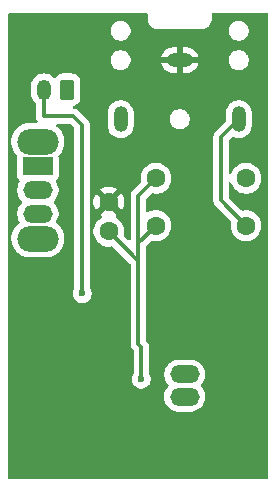
<source format=gbr>
%TF.GenerationSoftware,KiCad,Pcbnew,9.0.7*%
%TF.CreationDate,2026-01-16T10:51:50-07:00*%
%TF.ProjectId,keylink_revB,6b65796c-696e-46b5-9f72-6576422e6b69,rev?*%
%TF.SameCoordinates,Original*%
%TF.FileFunction,Copper,L2,Bot*%
%TF.FilePolarity,Positive*%
%FSLAX46Y46*%
G04 Gerber Fmt 4.6, Leading zero omitted, Abs format (unit mm)*
G04 Created by KiCad (PCBNEW 9.0.7) date 2026-01-16 10:51:50*
%MOMM*%
%LPD*%
G01*
G04 APERTURE LIST*
G04 Aperture macros list*
%AMRoundRect*
0 Rectangle with rounded corners*
0 $1 Rounding radius*
0 $2 $3 $4 $5 $6 $7 $8 $9 X,Y pos of 4 corners*
0 Add a 4 corners polygon primitive as box body*
4,1,4,$2,$3,$4,$5,$6,$7,$8,$9,$2,$3,0*
0 Add four circle primitives for the rounded corners*
1,1,$1+$1,$2,$3*
1,1,$1+$1,$4,$5*
1,1,$1+$1,$6,$7*
1,1,$1+$1,$8,$9*
0 Add four rect primitives between the rounded corners*
20,1,$1+$1,$2,$3,$4,$5,0*
20,1,$1+$1,$4,$5,$6,$7,0*
20,1,$1+$1,$6,$7,$8,$9,0*
20,1,$1+$1,$8,$9,$2,$3,0*%
G04 Aperture macros list end*
%TA.AperFunction,ComponentPad*%
%ADD10C,1.600000*%
%TD*%
%TA.AperFunction,ComponentPad*%
%ADD11O,3.500000X2.200000*%
%TD*%
%TA.AperFunction,ComponentPad*%
%ADD12R,2.500000X1.500000*%
%TD*%
%TA.AperFunction,ComponentPad*%
%ADD13O,2.500000X1.500000*%
%TD*%
%TA.AperFunction,ComponentPad*%
%ADD14O,1.200000X1.750000*%
%TD*%
%TA.AperFunction,ComponentPad*%
%ADD15RoundRect,0.250000X0.350000X0.625000X-0.350000X0.625000X-0.350000X-0.625000X0.350000X-0.625000X0*%
%TD*%
%TA.AperFunction,ComponentPad*%
%ADD16O,1.200000X2.200000*%
%TD*%
%TA.AperFunction,ComponentPad*%
%ADD17O,2.200000X1.200000*%
%TD*%
%TA.AperFunction,ViaPad*%
%ADD18C,0.600000*%
%TD*%
%TA.AperFunction,Conductor*%
%ADD19C,0.300000*%
%TD*%
G04 APERTURE END LIST*
D10*
%TO.P,R1,2*%
%TO.N,Net-(U1-VCC_3V3)*%
X100000000Y-36000000D03*
%TO.P,R1,1*%
%TO.N,Net-(U1-D5)*%
X107620000Y-36000000D03*
%TD*%
D11*
%TO.P,SW1,*%
%TO.N,*%
X90000000Y-32900000D03*
X90000000Y-41100000D03*
D12*
%TO.P,SW1,1,A*%
%TO.N,/VBAT*%
X90000000Y-35000000D03*
D13*
%TO.P,SW1,2,B*%
%TO.N,Net-(SW1-B)*%
X90000000Y-37000000D03*
%TO.P,SW1,3*%
%TO.N,N/C*%
X90000000Y-39000000D03*
%TD*%
D10*
%TO.P,R2,1*%
%TO.N,Net-(U1-D6)*%
X107620000Y-40000000D03*
%TO.P,R2,2*%
%TO.N,Net-(U1-VCC_3V3)*%
X100000000Y-40000000D03*
%TD*%
D14*
%TO.P,J1,2,Pin_2*%
%TO.N,Net-(J1-Pin_2)*%
X90500000Y-28500000D03*
D15*
%TO.P,J1,1,Pin_1*%
%TO.N,/VBAT*%
X92500000Y-28500000D03*
%TD*%
D10*
%TO.P,C1,2*%
%TO.N,GND*%
X96000000Y-38000000D03*
%TO.P,C1,1*%
%TO.N,Net-(U1-VCC_3V3)*%
X96000000Y-40500000D03*
%TD*%
D16*
%TO.P,J2,R*%
%TO.N,Net-(U1-D6)*%
X107000000Y-31000000D03*
D17*
%TO.P,J2,S*%
%TO.N,GND*%
X102000000Y-26000000D03*
D16*
%TO.P,J2,T*%
%TO.N,Net-(U1-D5)*%
X97000000Y-31000000D03*
%TD*%
D13*
%TO.P,U1,B-,Batt-*%
%TO.N,Net-(J1-Pin_2)*%
X102429000Y-54500000D03*
%TO.P,U1,B+,Batt+*%
%TO.N,Net-(SW1-B)*%
X102440000Y-52600000D03*
%TD*%
D18*
%TO.N,GND*%
X108750000Y-48500000D03*
X89000000Y-30750000D03*
X92500000Y-57250000D03*
X102500000Y-56500000D03*
X102000000Y-28750000D03*
%TO.N,Net-(U1-VCC_3V3)*%
X98750000Y-53000000D03*
%TO.N,Net-(J1-Pin_2)*%
X93750000Y-45750000D03*
%TD*%
D19*
%TO.N,Net-(U1-VCC_3V3)*%
X98750000Y-53000000D02*
X98750000Y-50250000D01*
X98750000Y-50250000D02*
X98500000Y-50000000D01*
X98500000Y-50000000D02*
X98500000Y-43000000D01*
%TO.N,Net-(U1-D6)*%
X107620000Y-40000000D02*
X105500000Y-37880000D01*
X105500000Y-37880000D02*
X105500000Y-32500000D01*
X105500000Y-32500000D02*
X107000000Y-31000000D01*
%TO.N,Net-(J1-Pin_2)*%
X93750000Y-45750000D02*
X93750000Y-31500000D01*
X93750000Y-31500000D02*
X93000000Y-30750000D01*
X93000000Y-30750000D02*
X90500000Y-30750000D01*
X90500000Y-30750000D02*
X90500000Y-28500000D01*
%TO.N,Net-(U1-VCC_3V3)*%
X98500000Y-41500000D02*
X98500000Y-37500000D01*
X98500000Y-41500000D02*
X100000000Y-40000000D01*
X98500000Y-43000000D02*
X98500000Y-41500000D01*
X98500000Y-37500000D02*
X100000000Y-36000000D01*
X98500000Y-43000000D02*
X96000000Y-40500000D01*
%TD*%
%TA.AperFunction,Conductor*%
%TO.N,GND*%
G36*
X99242539Y-22020185D02*
G01*
X99288294Y-22072989D01*
X99299500Y-22124500D01*
X99299500Y-22588695D01*
X99334103Y-22762658D01*
X99334106Y-22762667D01*
X99401983Y-22926540D01*
X99401990Y-22926553D01*
X99500535Y-23074034D01*
X99500538Y-23074038D01*
X99625961Y-23199461D01*
X99625965Y-23199464D01*
X99773446Y-23298009D01*
X99773459Y-23298016D01*
X99896363Y-23348923D01*
X99937334Y-23365894D01*
X99937336Y-23365894D01*
X99937341Y-23365896D01*
X100111304Y-23400499D01*
X100111307Y-23400500D01*
X100111309Y-23400500D01*
X103888693Y-23400500D01*
X103888694Y-23400499D01*
X103946682Y-23388964D01*
X104062658Y-23365896D01*
X104062661Y-23365894D01*
X104062666Y-23365894D01*
X104226547Y-23298013D01*
X104374035Y-23199464D01*
X104499464Y-23074035D01*
X104598013Y-22926547D01*
X104665894Y-22762666D01*
X104669151Y-22746295D01*
X104700499Y-22588695D01*
X104700500Y-22588693D01*
X104700500Y-22124500D01*
X104720185Y-22057461D01*
X104772989Y-22011706D01*
X104824500Y-22000500D01*
X108434108Y-22000500D01*
X109375500Y-22000500D01*
X109442539Y-22020185D01*
X109488294Y-22072989D01*
X109499500Y-22124500D01*
X109499500Y-61375500D01*
X109479815Y-61442539D01*
X109427011Y-61488294D01*
X109375500Y-61499500D01*
X87624500Y-61499500D01*
X87557461Y-61479815D01*
X87511706Y-61427011D01*
X87500500Y-61375500D01*
X87500500Y-54401577D01*
X100678500Y-54401577D01*
X100678500Y-54598422D01*
X100709290Y-54792826D01*
X100770117Y-54980029D01*
X100859476Y-55155405D01*
X100975172Y-55314646D01*
X101114354Y-55453828D01*
X101273595Y-55569524D01*
X101356455Y-55611743D01*
X101448970Y-55658882D01*
X101448972Y-55658882D01*
X101448975Y-55658884D01*
X101549317Y-55691487D01*
X101636173Y-55719709D01*
X101830578Y-55750500D01*
X101830583Y-55750500D01*
X103027422Y-55750500D01*
X103221826Y-55719709D01*
X103409025Y-55658884D01*
X103584405Y-55569524D01*
X103743646Y-55453828D01*
X103882828Y-55314646D01*
X103998524Y-55155405D01*
X104087884Y-54980025D01*
X104148709Y-54792826D01*
X104179500Y-54598422D01*
X104179500Y-54401577D01*
X104148709Y-54207173D01*
X104087882Y-54019970D01*
X103998523Y-53844594D01*
X103882828Y-53685354D01*
X103840655Y-53643181D01*
X103807170Y-53581858D01*
X103812154Y-53512166D01*
X103840655Y-53467819D01*
X103851656Y-53456818D01*
X103893828Y-53414646D01*
X104009524Y-53255405D01*
X104098884Y-53080025D01*
X104159709Y-52892826D01*
X104190500Y-52698422D01*
X104190500Y-52501577D01*
X104159709Y-52307173D01*
X104098882Y-52119970D01*
X104009523Y-51944594D01*
X103893828Y-51785354D01*
X103754646Y-51646172D01*
X103595405Y-51530476D01*
X103420029Y-51441117D01*
X103232826Y-51380290D01*
X103038422Y-51349500D01*
X103038417Y-51349500D01*
X101841583Y-51349500D01*
X101841578Y-51349500D01*
X101647173Y-51380290D01*
X101459970Y-51441117D01*
X101284594Y-51530476D01*
X101193741Y-51596485D01*
X101125354Y-51646172D01*
X101125352Y-51646174D01*
X101125351Y-51646174D01*
X100986174Y-51785351D01*
X100986174Y-51785352D01*
X100986172Y-51785354D01*
X100936485Y-51853741D01*
X100870476Y-51944594D01*
X100781117Y-52119970D01*
X100720290Y-52307173D01*
X100689500Y-52501577D01*
X100689500Y-52698422D01*
X100720290Y-52892826D01*
X100781117Y-53080029D01*
X100859309Y-53233489D01*
X100870476Y-53255405D01*
X100986172Y-53414646D01*
X100986174Y-53414648D01*
X101028344Y-53456818D01*
X101061829Y-53518141D01*
X101056845Y-53587833D01*
X101028346Y-53632179D01*
X100975172Y-53685354D01*
X100859476Y-53844594D01*
X100770117Y-54019970D01*
X100709290Y-54207173D01*
X100678500Y-54401577D01*
X87500500Y-54401577D01*
X87500500Y-32774038D01*
X87749500Y-32774038D01*
X87749500Y-33025961D01*
X87788910Y-33274785D01*
X87866760Y-33514383D01*
X87981132Y-33738848D01*
X88129201Y-33942649D01*
X88129205Y-33942654D01*
X88221061Y-34034510D01*
X88254546Y-34095833D01*
X88256669Y-34135446D01*
X88249501Y-34202116D01*
X88249500Y-34202135D01*
X88249500Y-35797870D01*
X88249501Y-35797876D01*
X88255908Y-35857483D01*
X88306202Y-35992328D01*
X88306206Y-35992335D01*
X88392451Y-36107543D01*
X88392452Y-36107544D01*
X88392454Y-36107546D01*
X88430777Y-36136234D01*
X88472647Y-36192167D01*
X88477631Y-36261859D01*
X88456784Y-36308385D01*
X88430475Y-36344595D01*
X88341117Y-36519970D01*
X88280290Y-36707173D01*
X88249500Y-36901577D01*
X88249500Y-37098422D01*
X88280290Y-37292826D01*
X88341117Y-37480029D01*
X88381453Y-37559192D01*
X88430476Y-37655405D01*
X88546172Y-37814646D01*
X88546174Y-37814648D01*
X88643845Y-37912319D01*
X88677330Y-37973642D01*
X88672346Y-38043334D01*
X88643845Y-38087681D01*
X88546174Y-38185351D01*
X88546174Y-38185352D01*
X88546172Y-38185354D01*
X88502396Y-38245606D01*
X88430476Y-38344594D01*
X88341117Y-38519970D01*
X88280290Y-38707173D01*
X88249500Y-38901577D01*
X88249500Y-39098422D01*
X88280290Y-39292826D01*
X88341117Y-39480029D01*
X88432352Y-39659087D01*
X88445248Y-39727757D01*
X88418971Y-39792497D01*
X88394753Y-39815699D01*
X88307350Y-39879202D01*
X88307341Y-39879209D01*
X88129205Y-40057345D01*
X88129201Y-40057350D01*
X87981132Y-40261151D01*
X87866760Y-40485616D01*
X87803078Y-40681610D01*
X87788910Y-40725215D01*
X87749500Y-40974038D01*
X87749500Y-41225962D01*
X87768705Y-41347219D01*
X87788910Y-41474785D01*
X87866760Y-41714383D01*
X87981132Y-41938848D01*
X88129201Y-42142649D01*
X88129205Y-42142654D01*
X88307345Y-42320794D01*
X88307350Y-42320798D01*
X88485117Y-42449952D01*
X88511155Y-42468870D01*
X88654184Y-42541747D01*
X88735616Y-42583239D01*
X88735618Y-42583239D01*
X88735621Y-42583241D01*
X88975215Y-42661090D01*
X89224038Y-42700500D01*
X89224039Y-42700500D01*
X90775961Y-42700500D01*
X90775962Y-42700500D01*
X91024785Y-42661090D01*
X91264379Y-42583241D01*
X91488845Y-42468870D01*
X91692656Y-42320793D01*
X91870793Y-42142656D01*
X92018870Y-41938845D01*
X92133241Y-41714379D01*
X92211090Y-41474785D01*
X92250500Y-41225962D01*
X92250500Y-40974038D01*
X92211090Y-40725215D01*
X92133241Y-40485621D01*
X92133239Y-40485618D01*
X92133239Y-40485616D01*
X92088417Y-40397648D01*
X92018870Y-40261155D01*
X91971144Y-40195465D01*
X91870798Y-40057350D01*
X91870794Y-40057345D01*
X91692658Y-39879209D01*
X91692656Y-39879207D01*
X91605245Y-39815699D01*
X91562581Y-39760370D01*
X91556602Y-39690756D01*
X91567647Y-39659087D01*
X91569520Y-39655409D01*
X91569524Y-39655405D01*
X91658884Y-39480025D01*
X91719709Y-39292826D01*
X91727378Y-39244407D01*
X91750500Y-39098422D01*
X91750500Y-38901577D01*
X91719709Y-38707173D01*
X91658882Y-38519970D01*
X91569523Y-38344594D01*
X91453828Y-38185354D01*
X91356155Y-38087681D01*
X91322670Y-38026358D01*
X91327654Y-37956666D01*
X91356155Y-37912319D01*
X91370792Y-37897682D01*
X91453828Y-37814646D01*
X91569524Y-37655405D01*
X91658884Y-37480025D01*
X91719709Y-37292826D01*
X91722953Y-37272345D01*
X91750500Y-37098422D01*
X91750500Y-36901577D01*
X91719709Y-36707173D01*
X91658882Y-36519970D01*
X91575314Y-36355959D01*
X91569524Y-36344595D01*
X91569522Y-36344592D01*
X91569521Y-36344590D01*
X91543217Y-36308386D01*
X91519736Y-36242580D01*
X91535561Y-36174526D01*
X91569219Y-36136237D01*
X91607546Y-36107546D01*
X91693796Y-35992331D01*
X91744091Y-35857483D01*
X91750500Y-35797873D01*
X91750499Y-34202128D01*
X91744091Y-34142517D01*
X91744089Y-34142514D01*
X91743330Y-34135445D01*
X91755736Y-34066685D01*
X91778938Y-34034510D01*
X91870793Y-33942656D01*
X92018870Y-33738845D01*
X92133241Y-33514379D01*
X92211090Y-33274785D01*
X92250500Y-33025962D01*
X92250500Y-32774038D01*
X92211090Y-32525215D01*
X92133241Y-32285621D01*
X92133239Y-32285618D01*
X92133239Y-32285616D01*
X92051656Y-32125502D01*
X92018870Y-32061155D01*
X91918092Y-31922445D01*
X91870798Y-31857350D01*
X91870794Y-31857345D01*
X91692654Y-31679205D01*
X91692649Y-31679201D01*
X91617797Y-31624818D01*
X91575131Y-31569488D01*
X91569152Y-31499875D01*
X91601757Y-31438080D01*
X91662596Y-31403723D01*
X91690682Y-31400500D01*
X92679192Y-31400500D01*
X92746231Y-31420185D01*
X92766873Y-31436819D01*
X93063181Y-31733126D01*
X93096666Y-31794449D01*
X93099500Y-31820807D01*
X93099500Y-45245064D01*
X93079815Y-45312103D01*
X93078603Y-45313954D01*
X93040608Y-45370817D01*
X93040602Y-45370828D01*
X92980264Y-45516498D01*
X92980261Y-45516510D01*
X92949500Y-45671153D01*
X92949500Y-45828846D01*
X92980261Y-45983489D01*
X92980264Y-45983501D01*
X93040602Y-46129172D01*
X93040609Y-46129185D01*
X93128210Y-46260288D01*
X93128213Y-46260292D01*
X93239707Y-46371786D01*
X93239711Y-46371789D01*
X93370814Y-46459390D01*
X93370827Y-46459397D01*
X93516498Y-46519735D01*
X93516503Y-46519737D01*
X93671153Y-46550499D01*
X93671156Y-46550500D01*
X93671158Y-46550500D01*
X93828844Y-46550500D01*
X93828845Y-46550499D01*
X93983497Y-46519737D01*
X94129179Y-46459394D01*
X94260289Y-46371789D01*
X94371789Y-46260289D01*
X94459394Y-46129179D01*
X94519737Y-45983497D01*
X94550500Y-45828842D01*
X94550500Y-45671158D01*
X94550500Y-45671155D01*
X94550499Y-45671153D01*
X94519738Y-45516510D01*
X94519737Y-45516503D01*
X94459394Y-45370821D01*
X94421396Y-45313953D01*
X94400520Y-45247276D01*
X94400500Y-45245064D01*
X94400500Y-40397648D01*
X94699500Y-40397648D01*
X94699500Y-40602351D01*
X94731522Y-40804534D01*
X94794781Y-40999223D01*
X94887715Y-41181613D01*
X95008028Y-41347213D01*
X95152786Y-41491971D01*
X95307749Y-41604556D01*
X95318390Y-41612287D01*
X95434607Y-41671503D01*
X95500776Y-41705218D01*
X95500778Y-41705218D01*
X95500781Y-41705220D01*
X95586667Y-41733126D01*
X95695465Y-41768477D01*
X95796557Y-41784488D01*
X95897648Y-41800500D01*
X95897649Y-41800500D01*
X96102351Y-41800500D01*
X96102352Y-41800500D01*
X96280112Y-41772345D01*
X96349405Y-41781299D01*
X96387191Y-41807137D01*
X97813181Y-43233127D01*
X97846666Y-43294450D01*
X97849500Y-43320808D01*
X97849500Y-50064070D01*
X97873738Y-50185914D01*
X97873740Y-50185938D01*
X97873742Y-50185938D01*
X97874499Y-50189744D01*
X97874500Y-50189748D01*
X97923533Y-50308124D01*
X97923534Y-50308126D01*
X97923535Y-50308127D01*
X97994723Y-50414669D01*
X98063182Y-50483128D01*
X98096666Y-50544449D01*
X98099500Y-50570808D01*
X98099500Y-52495064D01*
X98079815Y-52562103D01*
X98078603Y-52563954D01*
X98040608Y-52620817D01*
X98040602Y-52620828D01*
X97980264Y-52766498D01*
X97980261Y-52766510D01*
X97949500Y-52921153D01*
X97949500Y-53078846D01*
X97980261Y-53233489D01*
X97980264Y-53233501D01*
X98040602Y-53379172D01*
X98040609Y-53379185D01*
X98128210Y-53510288D01*
X98128213Y-53510292D01*
X98239707Y-53621786D01*
X98239711Y-53621789D01*
X98370814Y-53709390D01*
X98370827Y-53709397D01*
X98516498Y-53769735D01*
X98516503Y-53769737D01*
X98671153Y-53800499D01*
X98671156Y-53800500D01*
X98671158Y-53800500D01*
X98828844Y-53800500D01*
X98828845Y-53800499D01*
X98983497Y-53769737D01*
X99129179Y-53709394D01*
X99260289Y-53621789D01*
X99371789Y-53510289D01*
X99459394Y-53379179D01*
X99519737Y-53233497D01*
X99550500Y-53078842D01*
X99550500Y-52921158D01*
X99550500Y-52921155D01*
X99550499Y-52921153D01*
X99519738Y-52766510D01*
X99519737Y-52766503D01*
X99459394Y-52620821D01*
X99421396Y-52563953D01*
X99400520Y-52497276D01*
X99400500Y-52495064D01*
X99400500Y-50185928D01*
X99375502Y-50060261D01*
X99375501Y-50060260D01*
X99375501Y-50060256D01*
X99326465Y-49941873D01*
X99324480Y-49938902D01*
X99322497Y-49935933D01*
X99255276Y-49835329D01*
X99186819Y-49766872D01*
X99153334Y-49705549D01*
X99150500Y-49679191D01*
X99150500Y-41820807D01*
X99170185Y-41753768D01*
X99186815Y-41733130D01*
X99612808Y-41307136D01*
X99674131Y-41273652D01*
X99719887Y-41272345D01*
X99897648Y-41300500D01*
X99897649Y-41300500D01*
X100102351Y-41300500D01*
X100102352Y-41300500D01*
X100304534Y-41268477D01*
X100499219Y-41205220D01*
X100681610Y-41112287D01*
X100837231Y-40999223D01*
X100847213Y-40991971D01*
X100847215Y-40991968D01*
X100847219Y-40991966D01*
X100991966Y-40847219D01*
X100991968Y-40847215D01*
X100991971Y-40847213D01*
X101080607Y-40725214D01*
X101112287Y-40681610D01*
X101205220Y-40499219D01*
X101268477Y-40304534D01*
X101300500Y-40102352D01*
X101300500Y-39897648D01*
X101287520Y-39815699D01*
X101268477Y-39695465D01*
X101239127Y-39605137D01*
X101205220Y-39500781D01*
X101205218Y-39500778D01*
X101205218Y-39500776D01*
X101147609Y-39387714D01*
X101112287Y-39318390D01*
X101104556Y-39307749D01*
X100991971Y-39152786D01*
X100847213Y-39008028D01*
X100681613Y-38887715D01*
X100681612Y-38887714D01*
X100681610Y-38887713D01*
X100624653Y-38858691D01*
X100499223Y-38794781D01*
X100304534Y-38731522D01*
X100129995Y-38703878D01*
X100102352Y-38699500D01*
X99897648Y-38699500D01*
X99873329Y-38703351D01*
X99695465Y-38731522D01*
X99500776Y-38794781D01*
X99330795Y-38881392D01*
X99262126Y-38894288D01*
X99197385Y-38868012D01*
X99157128Y-38810905D01*
X99150500Y-38770907D01*
X99150500Y-37820807D01*
X99170185Y-37753768D01*
X99186815Y-37733130D01*
X99612808Y-37307136D01*
X99674131Y-37273652D01*
X99719887Y-37272345D01*
X99897648Y-37300500D01*
X99897649Y-37300500D01*
X100102351Y-37300500D01*
X100102352Y-37300500D01*
X100304534Y-37268477D01*
X100499219Y-37205220D01*
X100681610Y-37112287D01*
X100774590Y-37044732D01*
X100847213Y-36991971D01*
X100847215Y-36991968D01*
X100847219Y-36991966D01*
X100991966Y-36847219D01*
X100991968Y-36847215D01*
X100991971Y-36847213D01*
X101075670Y-36732009D01*
X101112287Y-36681610D01*
X101205220Y-36499219D01*
X101268477Y-36304534D01*
X101300500Y-36102352D01*
X101300500Y-35897648D01*
X101284697Y-35797872D01*
X101268477Y-35695465D01*
X101227569Y-35569565D01*
X101205220Y-35500781D01*
X101205218Y-35500778D01*
X101205218Y-35500776D01*
X101171503Y-35434607D01*
X101112287Y-35318390D01*
X101104556Y-35307749D01*
X100991971Y-35152786D01*
X100847213Y-35008028D01*
X100681613Y-34887715D01*
X100681612Y-34887714D01*
X100681610Y-34887713D01*
X100624653Y-34858691D01*
X100499223Y-34794781D01*
X100304534Y-34731522D01*
X100129995Y-34703878D01*
X100102352Y-34699500D01*
X99897648Y-34699500D01*
X99873329Y-34703351D01*
X99695465Y-34731522D01*
X99500776Y-34794781D01*
X99318386Y-34887715D01*
X99152786Y-35008028D01*
X99008028Y-35152786D01*
X98887715Y-35318386D01*
X98794781Y-35500776D01*
X98731522Y-35695465D01*
X98699500Y-35897648D01*
X98699500Y-36102351D01*
X98727654Y-36280111D01*
X98718699Y-36349405D01*
X98692862Y-36387190D01*
X97994726Y-37085326D01*
X97923534Y-37191874D01*
X97874499Y-37310255D01*
X97874497Y-37310261D01*
X97849500Y-37435928D01*
X97849500Y-41130192D01*
X97829815Y-41197231D01*
X97777011Y-41242986D01*
X97707853Y-41252930D01*
X97644297Y-41223905D01*
X97637819Y-41217873D01*
X97307137Y-40887191D01*
X97273652Y-40825868D01*
X97272345Y-40780112D01*
X97287946Y-40681613D01*
X97300500Y-40602352D01*
X97300500Y-40397648D01*
X97268477Y-40195466D01*
X97205220Y-40000781D01*
X97205218Y-40000778D01*
X97205218Y-40000776D01*
X97152671Y-39897648D01*
X97112287Y-39818390D01*
X97093475Y-39792497D01*
X96991971Y-39652786D01*
X96847213Y-39508028D01*
X96681611Y-39387713D01*
X96627621Y-39360203D01*
X96576825Y-39312228D01*
X96560031Y-39244407D01*
X96582569Y-39178272D01*
X96627624Y-39139233D01*
X96681349Y-39111859D01*
X96725921Y-39079474D01*
X96046447Y-38400000D01*
X96052661Y-38400000D01*
X96154394Y-38372741D01*
X96245606Y-38320080D01*
X96320080Y-38245606D01*
X96372741Y-38154394D01*
X96400000Y-38052661D01*
X96400000Y-38046447D01*
X97079474Y-38725921D01*
X97111859Y-38681349D01*
X97204755Y-38499031D01*
X97267990Y-38304417D01*
X97300000Y-38102317D01*
X97300000Y-37897682D01*
X97267990Y-37695582D01*
X97204755Y-37500968D01*
X97111859Y-37318650D01*
X97079474Y-37274077D01*
X97079474Y-37274076D01*
X96400000Y-37953551D01*
X96400000Y-37947339D01*
X96372741Y-37845606D01*
X96320080Y-37754394D01*
X96245606Y-37679920D01*
X96154394Y-37627259D01*
X96052661Y-37600000D01*
X96046446Y-37600000D01*
X96725922Y-36920524D01*
X96725921Y-36920523D01*
X96681359Y-36888147D01*
X96681350Y-36888141D01*
X96499031Y-36795244D01*
X96304417Y-36732009D01*
X96102317Y-36700000D01*
X95897683Y-36700000D01*
X95695582Y-36732009D01*
X95500968Y-36795244D01*
X95318644Y-36888143D01*
X95274077Y-36920523D01*
X95274077Y-36920524D01*
X95953554Y-37600000D01*
X95947339Y-37600000D01*
X95845606Y-37627259D01*
X95754394Y-37679920D01*
X95679920Y-37754394D01*
X95627259Y-37845606D01*
X95600000Y-37947339D01*
X95600000Y-37953553D01*
X94920524Y-37274077D01*
X94920523Y-37274077D01*
X94888143Y-37318644D01*
X94795244Y-37500968D01*
X94732009Y-37695582D01*
X94700000Y-37897682D01*
X94700000Y-38102317D01*
X94732009Y-38304417D01*
X94795244Y-38499031D01*
X94888141Y-38681350D01*
X94888147Y-38681359D01*
X94920523Y-38725921D01*
X94920524Y-38725922D01*
X95600000Y-38046446D01*
X95600000Y-38052661D01*
X95627259Y-38154394D01*
X95679920Y-38245606D01*
X95754394Y-38320080D01*
X95845606Y-38372741D01*
X95947339Y-38400000D01*
X95953553Y-38400000D01*
X95274076Y-39079474D01*
X95318652Y-39111861D01*
X95372376Y-39139234D01*
X95423172Y-39187208D01*
X95439968Y-39255028D01*
X95417431Y-39321164D01*
X95372379Y-39360203D01*
X95318386Y-39387714D01*
X95152786Y-39508028D01*
X95008028Y-39652786D01*
X94887715Y-39818386D01*
X94794781Y-40000776D01*
X94731522Y-40195465D01*
X94699500Y-40397648D01*
X94400500Y-40397648D01*
X94400500Y-31435928D01*
X94375502Y-31310261D01*
X94375501Y-31310260D01*
X94375501Y-31310256D01*
X94326465Y-31191873D01*
X94326464Y-31191872D01*
X94326461Y-31191866D01*
X94255277Y-31085332D01*
X94228069Y-31058124D01*
X94164669Y-30994724D01*
X93583335Y-30413389D01*
X95899500Y-30413389D01*
X95899500Y-31586610D01*
X95925964Y-31753703D01*
X95926598Y-31757701D01*
X95980127Y-31922445D01*
X96058768Y-32076788D01*
X96160586Y-32216928D01*
X96283072Y-32339414D01*
X96423212Y-32441232D01*
X96577555Y-32519873D01*
X96742299Y-32573402D01*
X96913389Y-32600500D01*
X96913390Y-32600500D01*
X97086610Y-32600500D01*
X97086611Y-32600500D01*
X97257701Y-32573402D01*
X97422445Y-32519873D01*
X97576788Y-32441232D01*
X97584088Y-32435928D01*
X104849500Y-32435928D01*
X104849500Y-37944071D01*
X104865869Y-38026358D01*
X104869810Y-38046172D01*
X104871101Y-38052661D01*
X104874499Y-38069743D01*
X104923534Y-38188125D01*
X104994726Y-38294673D01*
X104994727Y-38294674D01*
X106312862Y-39612808D01*
X106346347Y-39674131D01*
X106347654Y-39719886D01*
X106319500Y-39897647D01*
X106319500Y-40102351D01*
X106351522Y-40304534D01*
X106414781Y-40499223D01*
X106507715Y-40681613D01*
X106628028Y-40847213D01*
X106772786Y-40991971D01*
X106927749Y-41104556D01*
X106938390Y-41112287D01*
X107054607Y-41171503D01*
X107120776Y-41205218D01*
X107120778Y-41205218D01*
X107120781Y-41205220D01*
X107225137Y-41239127D01*
X107315465Y-41268477D01*
X107416557Y-41284488D01*
X107517648Y-41300500D01*
X107517649Y-41300500D01*
X107722351Y-41300500D01*
X107722352Y-41300500D01*
X107924534Y-41268477D01*
X108119219Y-41205220D01*
X108301610Y-41112287D01*
X108457231Y-40999223D01*
X108467213Y-40991971D01*
X108467215Y-40991968D01*
X108467219Y-40991966D01*
X108611966Y-40847219D01*
X108611968Y-40847215D01*
X108611971Y-40847213D01*
X108700607Y-40725214D01*
X108732287Y-40681610D01*
X108825220Y-40499219D01*
X108888477Y-40304534D01*
X108920500Y-40102352D01*
X108920500Y-39897648D01*
X108907520Y-39815699D01*
X108888477Y-39695465D01*
X108859127Y-39605137D01*
X108825220Y-39500781D01*
X108825218Y-39500778D01*
X108825218Y-39500776D01*
X108767609Y-39387714D01*
X108732287Y-39318390D01*
X108724556Y-39307749D01*
X108611971Y-39152786D01*
X108467213Y-39008028D01*
X108301613Y-38887715D01*
X108301612Y-38887714D01*
X108301610Y-38887713D01*
X108244653Y-38858691D01*
X108119223Y-38794781D01*
X107924534Y-38731522D01*
X107749995Y-38703878D01*
X107722352Y-38699500D01*
X107517648Y-38699500D01*
X107339886Y-38727654D01*
X107270593Y-38718699D01*
X107232808Y-38692862D01*
X106186819Y-37646873D01*
X106153334Y-37585550D01*
X106150500Y-37559192D01*
X106150500Y-36468753D01*
X106170185Y-36401714D01*
X106222989Y-36355959D01*
X106292147Y-36346015D01*
X106355703Y-36375040D01*
X106392431Y-36430435D01*
X106414781Y-36499221D01*
X106507715Y-36681613D01*
X106628028Y-36847213D01*
X106772786Y-36991971D01*
X106901281Y-37085326D01*
X106938390Y-37112287D01*
X107054607Y-37171503D01*
X107120776Y-37205218D01*
X107120778Y-37205218D01*
X107120781Y-37205220D01*
X107225137Y-37239127D01*
X107315465Y-37268477D01*
X107350822Y-37274077D01*
X107517648Y-37300500D01*
X107517649Y-37300500D01*
X107722351Y-37300500D01*
X107722352Y-37300500D01*
X107924534Y-37268477D01*
X108119219Y-37205220D01*
X108301610Y-37112287D01*
X108394590Y-37044732D01*
X108467213Y-36991971D01*
X108467215Y-36991968D01*
X108467219Y-36991966D01*
X108611966Y-36847219D01*
X108611968Y-36847215D01*
X108611971Y-36847213D01*
X108695670Y-36732009D01*
X108732287Y-36681610D01*
X108825220Y-36499219D01*
X108888477Y-36304534D01*
X108920500Y-36102352D01*
X108920500Y-35897648D01*
X108904697Y-35797872D01*
X108888477Y-35695465D01*
X108847569Y-35569565D01*
X108825220Y-35500781D01*
X108825218Y-35500778D01*
X108825218Y-35500776D01*
X108791503Y-35434607D01*
X108732287Y-35318390D01*
X108724556Y-35307749D01*
X108611971Y-35152786D01*
X108467213Y-35008028D01*
X108301613Y-34887715D01*
X108301612Y-34887714D01*
X108301610Y-34887713D01*
X108244653Y-34858691D01*
X108119223Y-34794781D01*
X107924534Y-34731522D01*
X107749995Y-34703878D01*
X107722352Y-34699500D01*
X107517648Y-34699500D01*
X107493329Y-34703351D01*
X107315465Y-34731522D01*
X107120776Y-34794781D01*
X106938386Y-34887715D01*
X106772786Y-35008028D01*
X106628028Y-35152786D01*
X106507715Y-35318386D01*
X106414781Y-35500776D01*
X106392431Y-35569565D01*
X106352993Y-35627240D01*
X106288634Y-35654438D01*
X106219788Y-35642523D01*
X106168312Y-35595279D01*
X106150500Y-35531246D01*
X106150500Y-32820807D01*
X106170185Y-32753768D01*
X106186815Y-32733130D01*
X106396277Y-32523667D01*
X106457598Y-32490184D01*
X106527289Y-32495168D01*
X106540251Y-32500866D01*
X106577542Y-32519867D01*
X106577547Y-32519869D01*
X106577555Y-32519873D01*
X106742299Y-32573402D01*
X106913389Y-32600500D01*
X106913390Y-32600500D01*
X107086610Y-32600500D01*
X107086611Y-32600500D01*
X107257701Y-32573402D01*
X107422445Y-32519873D01*
X107576788Y-32441232D01*
X107716928Y-32339414D01*
X107839414Y-32216928D01*
X107941232Y-32076788D01*
X108019873Y-31922445D01*
X108073402Y-31757701D01*
X108100500Y-31586611D01*
X108100500Y-30413389D01*
X108073402Y-30242299D01*
X108019873Y-30077555D01*
X107941232Y-29923212D01*
X107839414Y-29783072D01*
X107716928Y-29660586D01*
X107576788Y-29558768D01*
X107506498Y-29522954D01*
X107422447Y-29480128D01*
X107422446Y-29480127D01*
X107422445Y-29480127D01*
X107257701Y-29426598D01*
X107257699Y-29426597D01*
X107257698Y-29426597D01*
X107126271Y-29405781D01*
X107086611Y-29399500D01*
X106913389Y-29399500D01*
X106873728Y-29405781D01*
X106742302Y-29426597D01*
X106742299Y-29426598D01*
X106579713Y-29479426D01*
X106577552Y-29480128D01*
X106423211Y-29558768D01*
X106346625Y-29614412D01*
X106283072Y-29660586D01*
X106283070Y-29660588D01*
X106283069Y-29660588D01*
X106160588Y-29783069D01*
X106160588Y-29783070D01*
X106160586Y-29783072D01*
X106141158Y-29809812D01*
X106058768Y-29923211D01*
X105980128Y-30077552D01*
X105980127Y-30077554D01*
X105980127Y-30077555D01*
X105964874Y-30124499D01*
X105926597Y-30242302D01*
X105899500Y-30413389D01*
X105899500Y-31129192D01*
X105879815Y-31196231D01*
X105863181Y-31216873D01*
X104994722Y-32085331D01*
X104994717Y-32085337D01*
X104967885Y-32125498D01*
X104967883Y-32125501D01*
X104950119Y-32152086D01*
X104923534Y-32191873D01*
X104874499Y-32310255D01*
X104874497Y-32310261D01*
X104849500Y-32435928D01*
X97584088Y-32435928D01*
X97716928Y-32339414D01*
X97839414Y-32216928D01*
X97941232Y-32076788D01*
X98019873Y-31922445D01*
X98073402Y-31757701D01*
X98100500Y-31586611D01*
X98100500Y-30916228D01*
X101149500Y-30916228D01*
X101149500Y-31083771D01*
X101182182Y-31248074D01*
X101182184Y-31248082D01*
X101246295Y-31402860D01*
X101339373Y-31542162D01*
X101457837Y-31660626D01*
X101485637Y-31679201D01*
X101597137Y-31753703D01*
X101751918Y-31817816D01*
X101916228Y-31850499D01*
X101916232Y-31850500D01*
X101916233Y-31850500D01*
X102083768Y-31850500D01*
X102083769Y-31850499D01*
X102248082Y-31817816D01*
X102402863Y-31753703D01*
X102542162Y-31660626D01*
X102660626Y-31542162D01*
X102753703Y-31402863D01*
X102817816Y-31248082D01*
X102850500Y-31083767D01*
X102850500Y-30916233D01*
X102817816Y-30751918D01*
X102753703Y-30597137D01*
X102722537Y-30550494D01*
X102660626Y-30457837D01*
X102542162Y-30339373D01*
X102402860Y-30246295D01*
X102248082Y-30182184D01*
X102248074Y-30182182D01*
X102083771Y-30149500D01*
X102083767Y-30149500D01*
X101916233Y-30149500D01*
X101916228Y-30149500D01*
X101751925Y-30182182D01*
X101751917Y-30182184D01*
X101597139Y-30246295D01*
X101457837Y-30339373D01*
X101339373Y-30457837D01*
X101246295Y-30597139D01*
X101182184Y-30751917D01*
X101182182Y-30751925D01*
X101149500Y-30916228D01*
X98100500Y-30916228D01*
X98100500Y-30413389D01*
X98073402Y-30242299D01*
X98019873Y-30077555D01*
X97941232Y-29923212D01*
X97839414Y-29783072D01*
X97716928Y-29660586D01*
X97576788Y-29558768D01*
X97506498Y-29522954D01*
X97422447Y-29480128D01*
X97422446Y-29480127D01*
X97422445Y-29480127D01*
X97257701Y-29426598D01*
X97257699Y-29426597D01*
X97257698Y-29426597D01*
X97126271Y-29405781D01*
X97086611Y-29399500D01*
X96913389Y-29399500D01*
X96873728Y-29405781D01*
X96742302Y-29426597D01*
X96742299Y-29426598D01*
X96579713Y-29479426D01*
X96577552Y-29480128D01*
X96423211Y-29558768D01*
X96346625Y-29614412D01*
X96283072Y-29660586D01*
X96283070Y-29660588D01*
X96283069Y-29660588D01*
X96160588Y-29783069D01*
X96160588Y-29783070D01*
X96160586Y-29783072D01*
X96141158Y-29809812D01*
X96058768Y-29923211D01*
X95980128Y-30077552D01*
X95980127Y-30077554D01*
X95980127Y-30077555D01*
X95964874Y-30124499D01*
X95926597Y-30242302D01*
X95899500Y-30413389D01*
X93583335Y-30413389D01*
X93414674Y-30244727D01*
X93414673Y-30244726D01*
X93414669Y-30244723D01*
X93308127Y-30173535D01*
X93189744Y-30124499D01*
X93189738Y-30124497D01*
X93064071Y-30099500D01*
X93064069Y-30099500D01*
X93063545Y-30099500D01*
X93063279Y-30099421D01*
X93058009Y-30098903D01*
X93058107Y-30097903D01*
X92996506Y-30079815D01*
X92950751Y-30027011D01*
X92940807Y-29957853D01*
X92969832Y-29894297D01*
X93024541Y-29857794D01*
X93054698Y-29847800D01*
X93169334Y-29809814D01*
X93318656Y-29717712D01*
X93442712Y-29593656D01*
X93534814Y-29444334D01*
X93589999Y-29277797D01*
X93600500Y-29175009D01*
X93600499Y-27824992D01*
X93589999Y-27722203D01*
X93534814Y-27555666D01*
X93442712Y-27406344D01*
X93318656Y-27282288D01*
X93193559Y-27205128D01*
X93169336Y-27190187D01*
X93169331Y-27190185D01*
X93167862Y-27189698D01*
X93002797Y-27135001D01*
X93002795Y-27135000D01*
X92900010Y-27124500D01*
X92099998Y-27124500D01*
X92099980Y-27124501D01*
X91997203Y-27135000D01*
X91997200Y-27135001D01*
X91830668Y-27190185D01*
X91830663Y-27190187D01*
X91681342Y-27282289D01*
X91557287Y-27406344D01*
X91517688Y-27470544D01*
X91465739Y-27517268D01*
X91396777Y-27528489D01*
X91332695Y-27500645D01*
X91324469Y-27493127D01*
X91216930Y-27385588D01*
X91216928Y-27385586D01*
X91076788Y-27283768D01*
X90922445Y-27205127D01*
X90757701Y-27151598D01*
X90757699Y-27151597D01*
X90757698Y-27151597D01*
X90626271Y-27130781D01*
X90586611Y-27124500D01*
X90413389Y-27124500D01*
X90373728Y-27130781D01*
X90242302Y-27151597D01*
X90077552Y-27205128D01*
X89923211Y-27283768D01*
X89843256Y-27341859D01*
X89783072Y-27385586D01*
X89783070Y-27385588D01*
X89783069Y-27385588D01*
X89660588Y-27508069D01*
X89660588Y-27508070D01*
X89660586Y-27508072D01*
X89653905Y-27517268D01*
X89558768Y-27648211D01*
X89480128Y-27802552D01*
X89426597Y-27967302D01*
X89399500Y-28138389D01*
X89399500Y-28861611D01*
X89426598Y-29032701D01*
X89480127Y-29197445D01*
X89558768Y-29351788D01*
X89660586Y-29491928D01*
X89660588Y-29491930D01*
X89783070Y-29614412D01*
X89783076Y-29614417D01*
X89798382Y-29625537D01*
X89841050Y-29680866D01*
X89849500Y-29725857D01*
X89849500Y-30814069D01*
X89849500Y-30814071D01*
X89849499Y-30814071D01*
X89874497Y-30939738D01*
X89874499Y-30939744D01*
X89923533Y-31058124D01*
X89923538Y-31058133D01*
X89955929Y-31106609D01*
X89976807Y-31173287D01*
X89958322Y-31240667D01*
X89906344Y-31287357D01*
X89852827Y-31299500D01*
X89224038Y-31299500D01*
X89099626Y-31319205D01*
X88975214Y-31338910D01*
X88735616Y-31416760D01*
X88511151Y-31531132D01*
X88307350Y-31679201D01*
X88307345Y-31679205D01*
X88129205Y-31857345D01*
X88129201Y-31857350D01*
X87981132Y-32061151D01*
X87866760Y-32285616D01*
X87788910Y-32525214D01*
X87749500Y-32774038D01*
X87500500Y-32774038D01*
X87500500Y-25916228D01*
X96149500Y-25916228D01*
X96149500Y-26083771D01*
X96182182Y-26248074D01*
X96182184Y-26248082D01*
X96246295Y-26402860D01*
X96339373Y-26542162D01*
X96457837Y-26660626D01*
X96541612Y-26716602D01*
X96597137Y-26753703D01*
X96751918Y-26817816D01*
X96916228Y-26850499D01*
X96916232Y-26850500D01*
X96916233Y-26850500D01*
X97083768Y-26850500D01*
X97083769Y-26850499D01*
X97248082Y-26817816D01*
X97402863Y-26753703D01*
X97542162Y-26660626D01*
X97660626Y-26542162D01*
X97753703Y-26402863D01*
X97817022Y-26250000D01*
X100425885Y-26250000D01*
X100427085Y-26257584D01*
X100480591Y-26422255D01*
X100559195Y-26576524D01*
X100660967Y-26716602D01*
X100783397Y-26839032D01*
X100923475Y-26940804D01*
X101077742Y-27019408D01*
X101242415Y-27072914D01*
X101413429Y-27100000D01*
X101750000Y-27100000D01*
X102250000Y-27100000D01*
X102586571Y-27100000D01*
X102757584Y-27072914D01*
X102922257Y-27019408D01*
X103076524Y-26940804D01*
X103216602Y-26839032D01*
X103339032Y-26716602D01*
X103440804Y-26576524D01*
X103519408Y-26422255D01*
X103572914Y-26257584D01*
X103574115Y-26250000D01*
X102250000Y-26250000D01*
X102250000Y-27100000D01*
X101750000Y-27100000D01*
X101750000Y-26250000D01*
X100425885Y-26250000D01*
X97817022Y-26250000D01*
X97817816Y-26248082D01*
X97850500Y-26083767D01*
X97850500Y-25960218D01*
X101300000Y-25960218D01*
X101300000Y-26039782D01*
X101330448Y-26113291D01*
X101386709Y-26169552D01*
X101460218Y-26200000D01*
X102539782Y-26200000D01*
X102613291Y-26169552D01*
X102669552Y-26113291D01*
X102700000Y-26039782D01*
X102700000Y-25960218D01*
X102681779Y-25916228D01*
X106149500Y-25916228D01*
X106149500Y-26083771D01*
X106182182Y-26248074D01*
X106182184Y-26248082D01*
X106246295Y-26402860D01*
X106339373Y-26542162D01*
X106457837Y-26660626D01*
X106541612Y-26716602D01*
X106597137Y-26753703D01*
X106751918Y-26817816D01*
X106916228Y-26850499D01*
X106916232Y-26850500D01*
X106916233Y-26850500D01*
X107083768Y-26850500D01*
X107083769Y-26850499D01*
X107248082Y-26817816D01*
X107402863Y-26753703D01*
X107542162Y-26660626D01*
X107660626Y-26542162D01*
X107753703Y-26402863D01*
X107817816Y-26248082D01*
X107850500Y-26083767D01*
X107850500Y-25916233D01*
X107817816Y-25751918D01*
X107753703Y-25597137D01*
X107722537Y-25550494D01*
X107660626Y-25457837D01*
X107542162Y-25339373D01*
X107402860Y-25246295D01*
X107248082Y-25182184D01*
X107248074Y-25182182D01*
X107083771Y-25149500D01*
X107083767Y-25149500D01*
X106916233Y-25149500D01*
X106916228Y-25149500D01*
X106751925Y-25182182D01*
X106751917Y-25182184D01*
X106597139Y-25246295D01*
X106457837Y-25339373D01*
X106339373Y-25457837D01*
X106246295Y-25597139D01*
X106182184Y-25751917D01*
X106182182Y-25751925D01*
X106149500Y-25916228D01*
X102681779Y-25916228D01*
X102669552Y-25886709D01*
X102613291Y-25830448D01*
X102539782Y-25800000D01*
X101460218Y-25800000D01*
X101386709Y-25830448D01*
X101330448Y-25886709D01*
X101300000Y-25960218D01*
X97850500Y-25960218D01*
X97850500Y-25916233D01*
X97817816Y-25751918D01*
X97817021Y-25749999D01*
X100425884Y-25749999D01*
X100425885Y-25750000D01*
X101750000Y-25750000D01*
X102250000Y-25750000D01*
X103574115Y-25750000D01*
X103574115Y-25749999D01*
X103572914Y-25742415D01*
X103519408Y-25577744D01*
X103440804Y-25423475D01*
X103339032Y-25283397D01*
X103216602Y-25160967D01*
X103076524Y-25059195D01*
X102922257Y-24980591D01*
X102757584Y-24927085D01*
X102586571Y-24900000D01*
X102250000Y-24900000D01*
X102250000Y-25750000D01*
X101750000Y-25750000D01*
X101750000Y-24900000D01*
X101413429Y-24900000D01*
X101242415Y-24927085D01*
X101077742Y-24980591D01*
X100923475Y-25059195D01*
X100783397Y-25160967D01*
X100660967Y-25283397D01*
X100559195Y-25423475D01*
X100480591Y-25577744D01*
X100427085Y-25742415D01*
X100425884Y-25749999D01*
X97817021Y-25749999D01*
X97753703Y-25597137D01*
X97722537Y-25550494D01*
X97660626Y-25457837D01*
X97542162Y-25339373D01*
X97402860Y-25246295D01*
X97248082Y-25182184D01*
X97248074Y-25182182D01*
X97083771Y-25149500D01*
X97083767Y-25149500D01*
X96916233Y-25149500D01*
X96916228Y-25149500D01*
X96751925Y-25182182D01*
X96751917Y-25182184D01*
X96597139Y-25246295D01*
X96457837Y-25339373D01*
X96339373Y-25457837D01*
X96246295Y-25597139D01*
X96182184Y-25751917D01*
X96182182Y-25751925D01*
X96149500Y-25916228D01*
X87500500Y-25916228D01*
X87500500Y-23416228D01*
X96149500Y-23416228D01*
X96149500Y-23583771D01*
X96182182Y-23748074D01*
X96182184Y-23748082D01*
X96246295Y-23902860D01*
X96339373Y-24042162D01*
X96457837Y-24160626D01*
X96550494Y-24222537D01*
X96597137Y-24253703D01*
X96751918Y-24317816D01*
X96916228Y-24350499D01*
X96916232Y-24350500D01*
X96916233Y-24350500D01*
X97083768Y-24350500D01*
X97083769Y-24350499D01*
X97248082Y-24317816D01*
X97402863Y-24253703D01*
X97542162Y-24160626D01*
X97660626Y-24042162D01*
X97753703Y-23902863D01*
X97817816Y-23748082D01*
X97850500Y-23583767D01*
X97850500Y-23416233D01*
X97850499Y-23416228D01*
X106149500Y-23416228D01*
X106149500Y-23583771D01*
X106182182Y-23748074D01*
X106182184Y-23748082D01*
X106246295Y-23902860D01*
X106339373Y-24042162D01*
X106457837Y-24160626D01*
X106550494Y-24222537D01*
X106597137Y-24253703D01*
X106751918Y-24317816D01*
X106916228Y-24350499D01*
X106916232Y-24350500D01*
X106916233Y-24350500D01*
X107083768Y-24350500D01*
X107083769Y-24350499D01*
X107248082Y-24317816D01*
X107402863Y-24253703D01*
X107542162Y-24160626D01*
X107660626Y-24042162D01*
X107753703Y-23902863D01*
X107817816Y-23748082D01*
X107850500Y-23583767D01*
X107850500Y-23416233D01*
X107817816Y-23251918D01*
X107753703Y-23097137D01*
X107722537Y-23050494D01*
X107660626Y-22957837D01*
X107542162Y-22839373D01*
X107402860Y-22746295D01*
X107248082Y-22682184D01*
X107248074Y-22682182D01*
X107083771Y-22649500D01*
X107083767Y-22649500D01*
X106916233Y-22649500D01*
X106916228Y-22649500D01*
X106751925Y-22682182D01*
X106751917Y-22682184D01*
X106597139Y-22746295D01*
X106457837Y-22839373D01*
X106339373Y-22957837D01*
X106246295Y-23097139D01*
X106182184Y-23251917D01*
X106182182Y-23251925D01*
X106149500Y-23416228D01*
X97850499Y-23416228D01*
X97817816Y-23251918D01*
X97753703Y-23097137D01*
X97722537Y-23050494D01*
X97660626Y-22957837D01*
X97542162Y-22839373D01*
X97402860Y-22746295D01*
X97248082Y-22682184D01*
X97248074Y-22682182D01*
X97083771Y-22649500D01*
X97083767Y-22649500D01*
X96916233Y-22649500D01*
X96916228Y-22649500D01*
X96751925Y-22682182D01*
X96751917Y-22682184D01*
X96597139Y-22746295D01*
X96457837Y-22839373D01*
X96339373Y-22957837D01*
X96246295Y-23097139D01*
X96182184Y-23251917D01*
X96182182Y-23251925D01*
X96149500Y-23416228D01*
X87500500Y-23416228D01*
X87500500Y-22124500D01*
X87520185Y-22057461D01*
X87572989Y-22011706D01*
X87624500Y-22000500D01*
X95434108Y-22000500D01*
X99175500Y-22000500D01*
X99242539Y-22020185D01*
G37*
%TD.AperFunction*%
%TD*%
M02*

</source>
